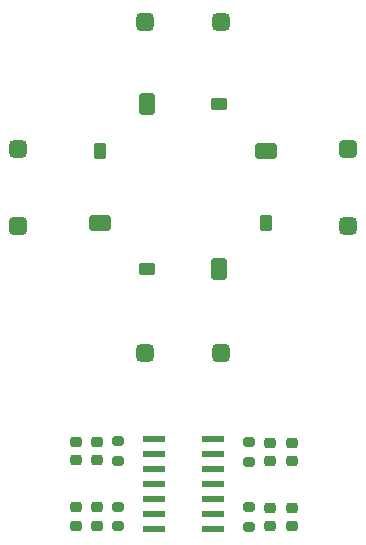
<source format=gbr>
%TF.GenerationSoftware,KiCad,Pcbnew,7.0.7*%
%TF.CreationDate,2023-10-25T15:55:26-07:00*%
%TF.ProjectId,sfh2430_breakout,73666832-3433-4305-9f62-7265616b6f75,rev?*%
%TF.SameCoordinates,Original*%
%TF.FileFunction,Paste,Top*%
%TF.FilePolarity,Positive*%
%FSLAX46Y46*%
G04 Gerber Fmt 4.6, Leading zero omitted, Abs format (unit mm)*
G04 Created by KiCad (PCBNEW 7.0.7) date 2023-10-25 15:55:26*
%MOMM*%
%LPD*%
G01*
G04 APERTURE LIST*
G04 Aperture macros list*
%AMRoundRect*
0 Rectangle with rounded corners*
0 $1 Rounding radius*
0 $2 $3 $4 $5 $6 $7 $8 $9 X,Y pos of 4 corners*
0 Add a 4 corners polygon primitive as box body*
4,1,4,$2,$3,$4,$5,$6,$7,$8,$9,$2,$3,0*
0 Add four circle primitives for the rounded corners*
1,1,$1+$1,$2,$3*
1,1,$1+$1,$4,$5*
1,1,$1+$1,$6,$7*
1,1,$1+$1,$8,$9*
0 Add four rect primitives between the rounded corners*
20,1,$1+$1,$2,$3,$4,$5,0*
20,1,$1+$1,$4,$5,$6,$7,0*
20,1,$1+$1,$6,$7,$8,$9,0*
20,1,$1+$1,$8,$9,$2,$3,0*%
G04 Aperture macros list end*
%ADD10RoundRect,0.225000X0.250000X-0.225000X0.250000X0.225000X-0.250000X0.225000X-0.250000X-0.225000X0*%
%ADD11RoundRect,0.200000X0.275000X-0.200000X0.275000X0.200000X-0.275000X0.200000X-0.275000X-0.200000X0*%
%ADD12RoundRect,0.375000X0.375000X0.375000X-0.375000X0.375000X-0.375000X-0.375000X0.375000X-0.375000X0*%
%ADD13RoundRect,0.375000X0.375000X0.387000X-0.375000X0.387000X-0.375000X-0.387000X0.375000X-0.387000X0*%
%ADD14RoundRect,0.375000X-0.375000X0.375000X-0.375000X-0.375000X0.375000X-0.375000X0.375000X0.375000X0*%
%ADD15RoundRect,0.375000X-0.387000X0.375000X-0.387000X-0.375000X0.387000X-0.375000X0.387000X0.375000X0*%
%ADD16RoundRect,0.225000X-0.250000X0.225000X-0.250000X-0.225000X0.250000X-0.225000X0.250000X0.225000X0*%
%ADD17RoundRect,0.200000X-0.275000X0.200000X-0.275000X-0.200000X0.275000X-0.200000X0.275000X0.200000X0*%
%ADD18RoundRect,0.375000X-0.375000X-0.375000X0.375000X-0.375000X0.375000X0.375000X-0.375000X0.375000X0*%
%ADD19RoundRect,0.375000X-0.375000X-0.387000X0.375000X-0.387000X0.375000X0.387000X-0.375000X0.387000X0*%
%ADD20RoundRect,0.162500X0.787500X-0.487500X0.787500X0.487500X-0.787500X0.487500X-0.787500X-0.487500X0*%
%ADD21RoundRect,0.137500X0.412500X-0.512500X0.412500X0.512500X-0.412500X0.512500X-0.412500X-0.512500X0*%
%ADD22RoundRect,0.162500X-0.787500X0.487500X-0.787500X-0.487500X0.787500X-0.487500X0.787500X0.487500X0*%
%ADD23RoundRect,0.137500X-0.412500X0.512500X-0.412500X-0.512500X0.412500X-0.512500X0.412500X0.512500X0*%
%ADD24R,1.981200X0.533400*%
%ADD25RoundRect,0.162500X0.487500X0.787500X-0.487500X0.787500X-0.487500X-0.787500X0.487500X-0.787500X0*%
%ADD26RoundRect,0.137500X0.512500X0.412500X-0.512500X0.412500X-0.512500X-0.412500X0.512500X-0.412500X0*%
%ADD27RoundRect,0.375000X0.375000X-0.375000X0.375000X0.375000X-0.375000X0.375000X-0.375000X-0.375000X0*%
%ADD28RoundRect,0.375000X0.387000X-0.375000X0.387000X0.375000X-0.387000X0.375000X-0.387000X-0.375000X0*%
%ADD29RoundRect,0.162500X-0.487500X-0.787500X0.487500X-0.787500X0.487500X0.787500X-0.487500X0.787500X0*%
%ADD30RoundRect,0.137500X-0.512500X-0.412500X0.512500X-0.412500X0.512500X0.412500X-0.512500X0.412500X0*%
G04 APERTURE END LIST*
D10*
%TO.C,C1*%
X63700000Y-91795000D03*
X63700000Y-90245000D03*
%TD*%
D11*
%TO.C,R3*%
X78400000Y-91950000D03*
X78400000Y-90300000D03*
%TD*%
D12*
%TO.C,J3*%
X76050000Y-54700000D03*
D13*
X69550000Y-54700000D03*
%TD*%
D10*
%TO.C,C2*%
X65500000Y-91800000D03*
X65500000Y-90250000D03*
%TD*%
D14*
%TO.C,J2*%
X58800000Y-65450000D03*
D15*
X58800000Y-71950000D03*
%TD*%
D16*
%TO.C,C7*%
X82000000Y-95850000D03*
X82000000Y-97400000D03*
%TD*%
%TO.C,C4*%
X65500000Y-95800000D03*
X65500000Y-97350000D03*
%TD*%
D17*
%TO.C,R2*%
X67300000Y-95770000D03*
X67300000Y-97420000D03*
%TD*%
D18*
%TO.C,J1*%
X69550000Y-82700000D03*
D19*
X76050000Y-82700000D03*
%TD*%
D20*
%TO.C,D4*%
X79850000Y-65650000D03*
D21*
X79850000Y-71750000D03*
%TD*%
D11*
%TO.C,R1*%
X67300000Y-91850000D03*
X67300000Y-90200000D03*
%TD*%
D22*
%TO.C,D2*%
X65750000Y-71750000D03*
D23*
X65750000Y-65650000D03*
%TD*%
D24*
%TO.C,U1*%
X70372400Y-90010000D03*
X70372400Y-91280000D03*
X70372400Y-92550000D03*
X70372400Y-93820000D03*
X70372400Y-95090000D03*
X70372400Y-96360000D03*
X70372400Y-97630000D03*
X75300000Y-97630000D03*
X75300000Y-96360000D03*
X75300000Y-95090000D03*
X75300000Y-93820000D03*
X75300000Y-92550000D03*
X75300000Y-91280000D03*
X75300000Y-90010000D03*
%TD*%
D16*
%TO.C,C3*%
X63700000Y-95800000D03*
X63700000Y-97350000D03*
%TD*%
D17*
%TO.C,R4*%
X78400000Y-95800000D03*
X78400000Y-97450000D03*
%TD*%
D10*
%TO.C,C6*%
X80200000Y-91900000D03*
X80200000Y-90350000D03*
%TD*%
D25*
%TO.C,D3*%
X69750000Y-61650000D03*
D26*
X75850000Y-61650000D03*
%TD*%
D16*
%TO.C,C8*%
X80200000Y-95850000D03*
X80200000Y-97400000D03*
%TD*%
D27*
%TO.C,J4*%
X86800000Y-71950000D03*
D28*
X86800000Y-65450000D03*
%TD*%
D29*
%TO.C,D1*%
X75850000Y-75650000D03*
D30*
X69750000Y-75650000D03*
%TD*%
D10*
%TO.C,C5*%
X82000000Y-91900000D03*
X82000000Y-90350000D03*
%TD*%
M02*

</source>
